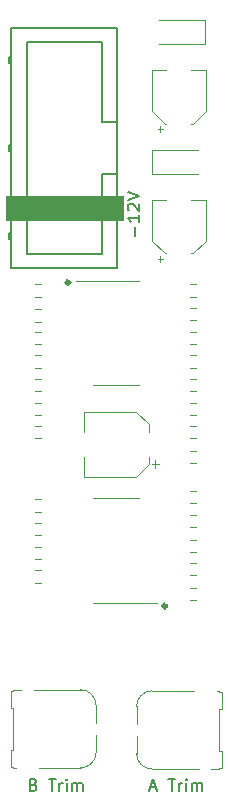
<source format=gbr>
G04 #@! TF.GenerationSoftware,KiCad,Pcbnew,(5.99.0-9650-gad505e29c0)*
G04 #@! TF.CreationDate,2021-03-17T10:46:37+00:00*
G04 #@! TF.ProjectId,Ampelope,416d7065-6c6f-4706-952e-6b696361645f,rev?*
G04 #@! TF.SameCoordinates,Original*
G04 #@! TF.FileFunction,Legend,Top*
G04 #@! TF.FilePolarity,Positive*
%FSLAX46Y46*%
G04 Gerber Fmt 4.6, Leading zero omitted, Abs format (unit mm)*
G04 Created by KiCad (PCBNEW (5.99.0-9650-gad505e29c0)) date 2021-03-17 10:46:37*
%MOMM*%
%LPD*%
G01*
G04 APERTURE LIST*
%ADD10C,0.300000*%
%ADD11C,0.150000*%
%ADD12C,0.120000*%
%ADD13C,0.100000*%
G04 APERTURE END LIST*
D10*
X141570660Y-79100000D02*
G75*
G03*
X141570660Y-79100000I-170660J0D01*
G01*
X149770660Y-106500000D02*
G75*
G03*
X149770660Y-106500000I-170660J0D01*
G01*
D11*
X148385714Y-121866666D02*
X148861904Y-121866666D01*
X148290476Y-122152380D02*
X148623809Y-121152380D01*
X148957142Y-122152380D01*
X149909523Y-121152380D02*
X150480952Y-121152380D01*
X150195238Y-122152380D02*
X150195238Y-121152380D01*
X150814285Y-122152380D02*
X150814285Y-121485714D01*
X150814285Y-121676190D02*
X150861904Y-121580952D01*
X150909523Y-121533333D01*
X151004761Y-121485714D01*
X151100000Y-121485714D01*
X151433333Y-122152380D02*
X151433333Y-121485714D01*
X151433333Y-121152380D02*
X151385714Y-121200000D01*
X151433333Y-121247619D01*
X151480952Y-121200000D01*
X151433333Y-121152380D01*
X151433333Y-121247619D01*
X151909523Y-122152380D02*
X151909523Y-121485714D01*
X151909523Y-121580952D02*
X151957142Y-121533333D01*
X152052380Y-121485714D01*
X152195238Y-121485714D01*
X152290476Y-121533333D01*
X152338095Y-121628571D01*
X152338095Y-122152380D01*
X152338095Y-121628571D02*
X152385714Y-121533333D01*
X152480952Y-121485714D01*
X152623809Y-121485714D01*
X152719047Y-121533333D01*
X152766666Y-121628571D01*
X152766666Y-122152380D01*
X138495238Y-121628571D02*
X138638095Y-121676190D01*
X138685714Y-121723809D01*
X138733333Y-121819047D01*
X138733333Y-121961904D01*
X138685714Y-122057142D01*
X138638095Y-122104761D01*
X138542857Y-122152380D01*
X138161904Y-122152380D01*
X138161904Y-121152380D01*
X138495238Y-121152380D01*
X138590476Y-121200000D01*
X138638095Y-121247619D01*
X138685714Y-121342857D01*
X138685714Y-121438095D01*
X138638095Y-121533333D01*
X138590476Y-121580952D01*
X138495238Y-121628571D01*
X138161904Y-121628571D01*
X139780952Y-121152380D02*
X140352380Y-121152380D01*
X140066666Y-122152380D02*
X140066666Y-121152380D01*
X140685714Y-122152380D02*
X140685714Y-121485714D01*
X140685714Y-121676190D02*
X140733333Y-121580952D01*
X140780952Y-121533333D01*
X140876190Y-121485714D01*
X140971428Y-121485714D01*
X141304761Y-122152380D02*
X141304761Y-121485714D01*
X141304761Y-121152380D02*
X141257142Y-121200000D01*
X141304761Y-121247619D01*
X141352380Y-121200000D01*
X141304761Y-121152380D01*
X141304761Y-121247619D01*
X141780952Y-122152380D02*
X141780952Y-121485714D01*
X141780952Y-121580952D02*
X141828571Y-121533333D01*
X141923809Y-121485714D01*
X142066666Y-121485714D01*
X142161904Y-121533333D01*
X142209523Y-121628571D01*
X142209523Y-122152380D01*
X142209523Y-121628571D02*
X142257142Y-121533333D01*
X142352380Y-121485714D01*
X142495238Y-121485714D01*
X142590476Y-121533333D01*
X142638095Y-121628571D01*
X142638095Y-122152380D01*
X147071428Y-75161904D02*
X147071428Y-74400000D01*
X147452380Y-73400000D02*
X147452380Y-73971428D01*
X147452380Y-73685714D02*
X146452380Y-73685714D01*
X146595238Y-73780952D01*
X146690476Y-73876190D01*
X146738095Y-73971428D01*
X146547619Y-73019047D02*
X146500000Y-72971428D01*
X146452380Y-72876190D01*
X146452380Y-72638095D01*
X146500000Y-72542857D01*
X146547619Y-72495238D01*
X146642857Y-72447619D01*
X146738095Y-72447619D01*
X146880952Y-72495238D01*
X147452380Y-73066666D01*
X147452380Y-72447619D01*
X146452380Y-72161904D02*
X147452380Y-71828571D01*
X146452380Y-71495238D01*
D12*
X139154724Y-102522500D02*
X138645276Y-102522500D01*
X139154724Y-101477500D02*
X138645276Y-101477500D01*
X145500000Y-78965000D02*
X147450000Y-78965000D01*
X145500000Y-87835000D02*
X147450000Y-87835000D01*
X145500000Y-78965000D02*
X142050000Y-78965000D01*
X145500000Y-87835000D02*
X143550000Y-87835000D01*
X151745276Y-92322500D02*
X152254724Y-92322500D01*
X151745276Y-91277500D02*
X152254724Y-91277500D01*
X138645276Y-79277500D02*
X139154724Y-79277500D01*
X138645276Y-80322500D02*
X139154724Y-80322500D01*
X151745276Y-103922500D02*
X152254724Y-103922500D01*
X151745276Y-102877500D02*
X152254724Y-102877500D01*
X152254724Y-106022500D02*
X151745276Y-106022500D01*
X152254724Y-104977500D02*
X151745276Y-104977500D01*
X139154724Y-98522500D02*
X138645276Y-98522500D01*
X139154724Y-97477500D02*
X138645276Y-97477500D01*
X151745276Y-83277500D02*
X152254724Y-83277500D01*
X151745276Y-84322500D02*
X152254724Y-84322500D01*
X148540000Y-72140000D02*
X149740000Y-72140000D01*
X153060000Y-75595563D02*
X153060000Y-72140000D01*
X151995563Y-76660000D02*
X151860000Y-76660000D01*
X149604437Y-76660000D02*
X148540000Y-75595563D01*
X149604437Y-76660000D02*
X149740000Y-76660000D01*
X148540000Y-75595563D02*
X148540000Y-72140000D01*
X149240000Y-77400000D02*
X149240000Y-76900000D01*
X148990000Y-77150000D02*
X149490000Y-77150000D01*
X153060000Y-72140000D02*
X151860000Y-72140000D01*
X151995563Y-76660000D02*
X153060000Y-75595563D01*
X153050000Y-56900000D02*
X149150000Y-56900000D01*
X153050000Y-58900000D02*
X153050000Y-56900000D01*
X153050000Y-58900000D02*
X149150000Y-58900000D01*
X138645276Y-104522500D02*
X139154724Y-104522500D01*
X138645276Y-103477500D02*
X139154724Y-103477500D01*
X145500000Y-106235000D02*
X143550000Y-106235000D01*
X145500000Y-97365000D02*
X147450000Y-97365000D01*
X145500000Y-106235000D02*
X148950000Y-106235000D01*
X145500000Y-97365000D02*
X143550000Y-97365000D01*
D11*
X136422500Y-60490000D02*
X136422500Y-59990000D01*
X136522500Y-60490000D02*
X136522500Y-59990000D01*
X144262500Y-69945000D02*
X144262500Y-76670000D01*
X136422500Y-59990000D02*
X136622500Y-59990000D01*
X137922500Y-76670000D02*
X137922500Y-58770000D01*
X144262500Y-65495000D02*
X145562500Y-65495000D01*
X137922500Y-58770000D02*
X144262500Y-58770000D01*
X136622500Y-60490000D02*
X136422500Y-60490000D01*
X144262500Y-58770000D02*
X144262500Y-65495000D01*
X136422500Y-74950000D02*
X136622500Y-74950000D01*
X145562500Y-69945000D02*
X144262500Y-69945000D01*
X136622500Y-77870000D02*
X136622500Y-57570000D01*
X136622500Y-75450000D02*
X136422500Y-75450000D01*
X136622500Y-57570000D02*
X145562500Y-57570000D01*
X136522500Y-67970000D02*
X136522500Y-67470000D01*
X136422500Y-67970000D02*
X136422500Y-67470000D01*
X144262500Y-76670000D02*
X137922500Y-76670000D01*
X136522500Y-75450000D02*
X136522500Y-74950000D01*
X145562500Y-57570000D02*
X145562500Y-77870000D01*
X136422500Y-75450000D02*
X136422500Y-74950000D01*
X145562500Y-77870000D02*
X136622500Y-77870000D01*
X136422500Y-67470000D02*
X136622500Y-67470000D01*
X136622500Y-67970000D02*
X136422500Y-67970000D01*
D13*
X136162500Y-73800000D02*
X136162500Y-71800000D01*
X136162500Y-71800000D02*
X146062500Y-71800000D01*
X146062500Y-71800000D02*
X146062500Y-73800000D01*
X146062500Y-73800000D02*
X136162500Y-73800000D01*
G36*
X146062500Y-73800000D02*
G01*
X136162500Y-73800000D01*
X136162500Y-71800000D01*
X146062500Y-71800000D01*
X146062500Y-73800000D01*
G37*
X146062500Y-73800000D02*
X136162500Y-73800000D01*
X136162500Y-71800000D01*
X146062500Y-71800000D01*
X146062500Y-73800000D01*
D12*
X152254724Y-82322500D02*
X151745276Y-82322500D01*
X152254724Y-81277500D02*
X151745276Y-81277500D01*
X139154724Y-100522500D02*
X138645276Y-100522500D01*
X139154724Y-99477500D02*
X138645276Y-99477500D01*
X148990000Y-66150000D02*
X149490000Y-66150000D01*
X151995563Y-65660000D02*
X153060000Y-64595563D01*
X149604437Y-65660000D02*
X149740000Y-65660000D01*
X153060000Y-64595563D02*
X153060000Y-61140000D01*
X148540000Y-64595563D02*
X148540000Y-61140000D01*
X148540000Y-61140000D02*
X149740000Y-61140000D01*
X151995563Y-65660000D02*
X151860000Y-65660000D01*
X149604437Y-65660000D02*
X148540000Y-64595563D01*
X153060000Y-61140000D02*
X151860000Y-61140000D01*
X149240000Y-66400000D02*
X149240000Y-65900000D01*
X136765000Y-120210000D02*
X137015000Y-120210000D01*
X143785000Y-117410000D02*
X143785000Y-118900000D01*
X136765000Y-118690000D02*
X136565000Y-118690000D01*
X138495000Y-113590000D02*
X142475000Y-113590000D01*
X136765000Y-115110000D02*
X136565000Y-115110000D01*
X136765000Y-113690000D02*
X136765000Y-113590000D01*
X142475000Y-120210000D02*
X138935000Y-120210000D01*
X136765000Y-113590000D02*
X137455000Y-113590000D01*
X143785000Y-114900000D02*
X143785000Y-116390000D01*
X136765000Y-120110000D02*
X136765000Y-120210000D01*
X136565000Y-113690000D02*
X136765000Y-113690000D01*
X136565000Y-120110000D02*
X136765000Y-120110000D01*
X136565000Y-120110000D02*
X136565000Y-118690000D01*
X136565000Y-115110000D02*
X136565000Y-113690000D01*
X136765000Y-118690000D02*
X136765000Y-115110000D01*
X142475000Y-113590000D02*
G75*
G02*
X143785000Y-114900000I0J-1310000D01*
G01*
X143785000Y-118900000D02*
G75*
G02*
X142475000Y-120210000I-1310000J0D01*
G01*
X139154724Y-92322500D02*
X138645276Y-92322500D01*
X139154724Y-91277500D02*
X138645276Y-91277500D01*
X148525000Y-113690000D02*
X152065000Y-113690000D01*
X154235000Y-113690000D02*
X153985000Y-113690000D01*
X154235000Y-118790000D02*
X154435000Y-118790000D01*
X154435000Y-120210000D02*
X154235000Y-120210000D01*
X154435000Y-118790000D02*
X154435000Y-120210000D01*
X154235000Y-115210000D02*
X154235000Y-118790000D01*
X154235000Y-120210000D02*
X154235000Y-120310000D01*
X154435000Y-113790000D02*
X154435000Y-115210000D01*
X147215000Y-119000000D02*
X147215000Y-117510000D01*
X154435000Y-113790000D02*
X154235000Y-113790000D01*
X147215000Y-116490000D02*
X147215000Y-115000000D01*
X154235000Y-113790000D02*
X154235000Y-113690000D01*
X154235000Y-120310000D02*
X153545000Y-120310000D01*
X152505000Y-120310000D02*
X148525000Y-120310000D01*
X154235000Y-115210000D02*
X154435000Y-115210000D01*
X148525000Y-120310000D02*
G75*
G02*
X147215000Y-119000000I0J1310000D01*
G01*
X147215000Y-115000000D02*
G75*
G02*
X148525000Y-113690000I1310000J0D01*
G01*
X138645276Y-89277500D02*
X139154724Y-89277500D01*
X138645276Y-90322500D02*
X139154724Y-90322500D01*
X148550000Y-69900000D02*
X152450000Y-69900000D01*
X148550000Y-67900000D02*
X148550000Y-69900000D01*
X148550000Y-67900000D02*
X152450000Y-67900000D01*
X152254724Y-87277500D02*
X151745276Y-87277500D01*
X152254724Y-88322500D02*
X151745276Y-88322500D01*
X151745276Y-96777500D02*
X152254724Y-96777500D01*
X151745276Y-97822500D02*
X152254724Y-97822500D01*
X152254724Y-101922500D02*
X151745276Y-101922500D01*
X152254724Y-100877500D02*
X151745276Y-100877500D01*
X151745276Y-89277500D02*
X152254724Y-89277500D01*
X151745276Y-90322500D02*
X152254724Y-90322500D01*
X138645276Y-82422500D02*
X139154724Y-82422500D01*
X138645276Y-81377500D02*
X139154724Y-81377500D01*
X152254724Y-94422500D02*
X151745276Y-94422500D01*
X152254724Y-93377500D02*
X151745276Y-93377500D01*
X138645276Y-84322500D02*
X139154724Y-84322500D01*
X138645276Y-83277500D02*
X139154724Y-83277500D01*
X142740000Y-95560000D02*
X142740000Y-93860000D01*
X147195563Y-95560000D02*
X142740000Y-95560000D01*
X148260000Y-91104437D02*
X148260000Y-91740000D01*
X148260000Y-91104437D02*
X147195563Y-90040000D01*
X142740000Y-90040000D02*
X142740000Y-91740000D01*
X148260000Y-94495563D02*
X148260000Y-93860000D01*
X149125000Y-94485000D02*
X148500000Y-94485000D01*
X148260000Y-94495563D02*
X147195563Y-95560000D01*
X147195563Y-90040000D02*
X142740000Y-90040000D01*
X148812500Y-94797500D02*
X148812500Y-94172500D01*
X139154724Y-88322500D02*
X138645276Y-88322500D01*
X139154724Y-87277500D02*
X138645276Y-87277500D01*
X152254724Y-99822500D02*
X151745276Y-99822500D01*
X152254724Y-98777500D02*
X151745276Y-98777500D01*
X152254724Y-86322500D02*
X151745276Y-86322500D01*
X152254724Y-85277500D02*
X151745276Y-85277500D01*
X152254724Y-80322500D02*
X151745276Y-80322500D01*
X152254724Y-79277500D02*
X151745276Y-79277500D01*
X138645276Y-85277500D02*
X139154724Y-85277500D01*
X138645276Y-86322500D02*
X139154724Y-86322500D01*
M02*

</source>
